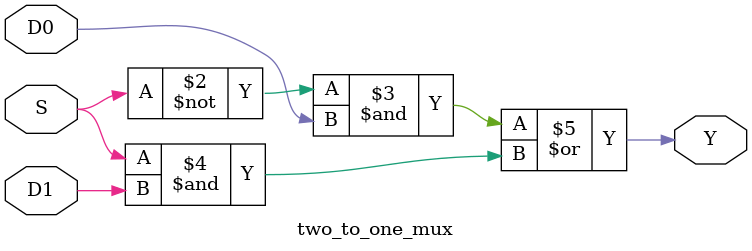
<source format=sv>
`timescale 1ns / 1ps
module two_to_one_mux (S, D0, D1, Y);
    input S, D0, D1;
    output Y;
    reg Y;
    always@(S, D0, D1) begin
        Y <= (~S & D0) | (S & D1);
    end
endmodule 
</source>
